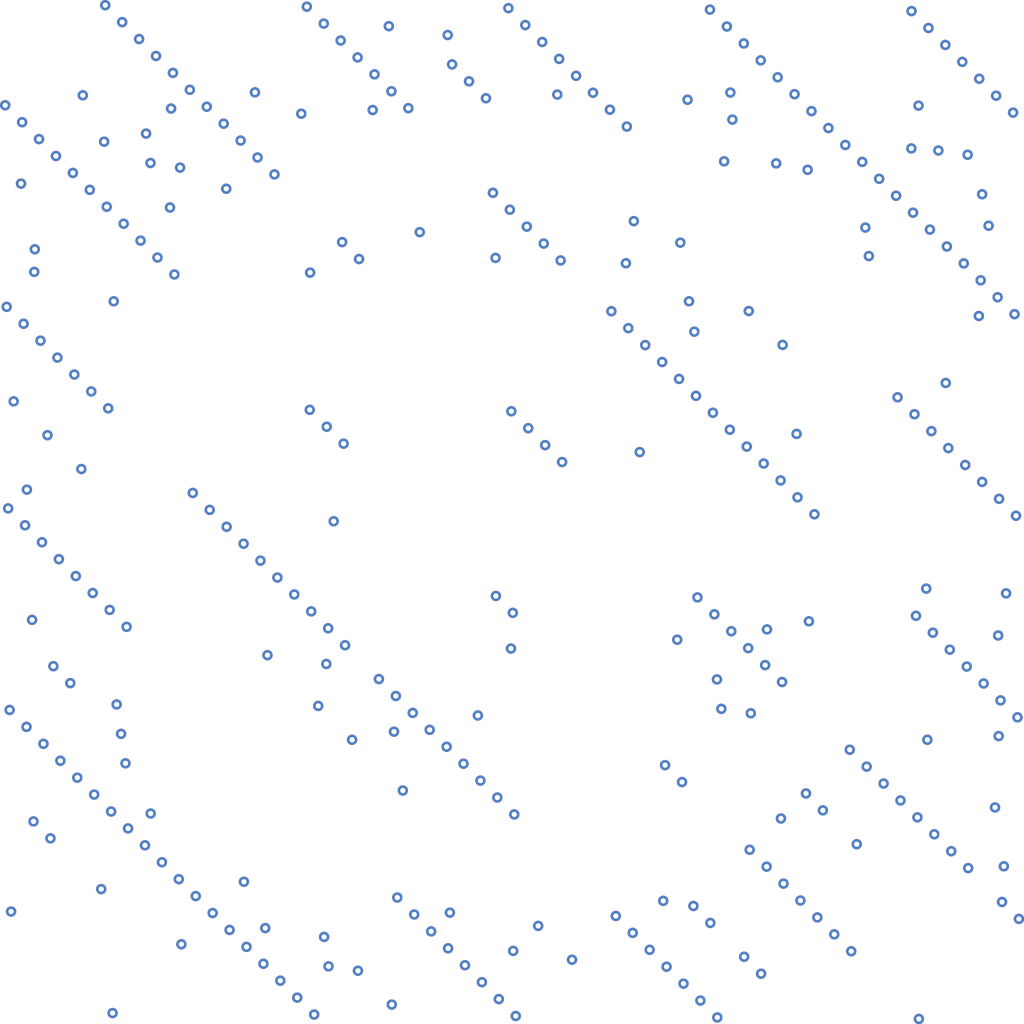
<source format=kicad_pcb>
(kicad_pcb
	(version 20240108)
	(generator "pcbnew")
	(generator_version "8.0")
	(general
		(thickness 1.6)
		(legacy_teardrops no)
	)
	(paper "A4")
	(layers
		(0 "F.Cu" signal)
		(31 "B.Cu" signal)
		(32 "B.Adhes" user "B.Adhesive")
		(33 "F.Adhes" user "F.Adhesive")
		(34 "B.Paste" user)
		(35 "F.Paste" user)
		(36 "B.SilkS" user "B.Silkscreen")
		(37 "F.SilkS" user "F.Silkscreen")
		(38 "B.Mask" user)
		(39 "F.Mask" user)
		(40 "Dwgs.User" user "User.Drawings")
		(41 "Cmts.User" user "User.Comments")
		(42 "Eco1.User" user "User.Eco1")
		(43 "Eco2.User" user "User.Eco2")
		(44 "Edge.Cuts" user)
		(45 "Margin" user)
		(46 "B.CrtYd" user "B.Courtyard")
		(47 "F.CrtYd" user "F.Courtyard")
		(48 "B.Fab" user)
		(49 "F.Fab" user)
		(50 "User.1" user)
		(51 "User.2" user)
		(52 "User.3" user)
		(53 "User.4" user)
		(54 "User.5" user)
		(55 "User.6" user)
		(56 "User.7" user)
		(57 "User.8" user)
		(58 "User.9" user)
	)
	(setup
		(pad_to_mask_clearance 0)
		(allow_soldermask_bridges_in_footprints no)
		(pcbplotparams
			(layerselection 0x00010fc_ffffffff)
			(plot_on_all_layers_selection 0x0000000_00000000)
			(disableapertmacros no)
			(usegerberextensions no)
			(usegerberattributes yes)
			(usegerberadvancedattributes yes)
			(creategerberjobfile yes)
			(dashed_line_dash_ratio 12.000000)
			(dashed_line_gap_ratio 3.000000)
			(svgprecision 4)
			(plotframeref no)
			(viasonmask no)
			(mode 1)
			(useauxorigin no)
			(hpglpennumber 1)
			(hpglpenspeed 20)
			(hpglpendiameter 15.000000)
			(pdf_front_fp_property_popups yes)
			(pdf_back_fp_property_popups yes)
			(dxfpolygonmode yes)
			(dxfimperialunits yes)
			(dxfusepcbnewfont yes)
			(psnegative no)
			(psa4output no)
			(plotreference yes)
			(plotvalue yes)
			(plotfptext yes)
			(plotinvisibletext no)
			(sketchpadsonfab no)
			(subtractmaskfromsilk no)
			(outputformat 1)
			(mirror no)
			(drillshape 1)
			(scaleselection 1)
			(outputdirectory "")
		)
	)
	(net 0 "")
	(net 1 "GND")
	(via
		(at 98.719657 89.103004)
		(size 1)
		(drill 0.5)
		(layers "F.Cu" "B.Cu")
		(net 1)
		(uuid "0032f1b9-8e98-4359-9997-8feef3e08958")
	)
	(via
		(at 24.190602 53.040559)
		(size 1)
		(drill 0.5)
		(layers "F.Cu" "B.Cu")
		(net 1)
		(uuid "00bee233-63fb-47ef-98b5-d2d3abe41467")
	)
	(via
		(at 67.51857 32.658206)
		(size 1)
		(drill 0.5)
		(layers "F.Cu" "B.Cu")
		(net 1)
		(uuid "021ccdcb-c3b1-42ff-b975-8b00ea906032")
	)
	(via
		(at 31.933421 90.835416)
		(size 1)
		(drill 0.5)
		(layers "F.Cu" "B.Cu")
		(net 1)
		(uuid "02337174-0f3b-4663-836b-7c8618727ac0")
	)
	(via
		(at 13.089026 80.405591)
		(size 1)
		(drill 0.5)
		(layers "F.Cu" "B.Cu")
		(net 1)
		(uuid "0299350f-1eb0-4989-89f2-2042671f75f1")
	)
	(via
		(at 74.324473 64.707821)
		(size 1)
		(drill 0.5)
		(layers "F.Cu" "B.Cu")
		(net 1)
		(uuid "02a28614-daed-4fc5-92c9-3b1677b42538")
	)
	(via
		(at 97.270088 84.047191)
		(size 1)
		(drill 0.5)
		(layers "F.Cu" "B.Cu")
		(net 1)
		(uuid "04795fc2-9a7c-493f-91aa-6be7af825595")
	)
	(via
		(at 79.062088 50.212132)
		(size 1)
		(drill 0.5)
		(layers "F.Cu" "B.Cu")
		(net 1)
		(uuid "0535aad7-d109-4172-ad12-3fa97ad71d4e")
	)
	(via
		(at 37.201367 66.051323)
		(size 1)
		(drill 0.5)
		(layers "F.Cu" "B.Cu")
		(net 1)
		(uuid "06626cf1-f147-4ce6-8e82-37d8075a4f17")
	)
	(via
		(at 34.620427 71.884954)
		(size 1)
		(drill 0.5)
		(layers "F.Cu" "B.Cu")
		(net 1)
		(uuid "06e35dfb-00cc-441e-b9a7-8bf711e9beb6")
	)
	(via
		(at 67.677669 38.827712)
		(size 1)
		(drill 0.5)
		(layers "F.Cu" "B.Cu")
		(net 1)
		(uuid "075fae88-8038-42e8-aff5-1fb1da168977")
	)
	(via
		(at 26.488699 63.753226)
		(size 1)
		(drill 0.5)
		(layers "F.Cu" "B.Cu")
		(net 1)
		(uuid "090af640-89e4-4a74-818d-894dea790420")
	)
	(via
		(at 93.416356 26.09979)
		(size 1)
		(drill 0.5)
		(layers "F.Cu" "B.Cu")
		(net 1)
		(uuid "0a8b091a-5939-47c3-b7c3-2f7bed6d9225")
	)
	(via
		(at 9.694913 57.778174)
		(size 1)
		(drill 0.5)
		(layers "F.Cu" "B.Cu")
		(net 1)
		(uuid "0a9b1d0b-0777-4b9e-b610-0ba9df0c52df")
	)
	(via
		(at 96.72208 61.861716)
		(size 1)
		(drill 0.5)
		(layers "F.Cu" "B.Cu")
		(net 1)
		(uuid "0b863f3a-95e6-494c-8066-715c4775fe4b")
	)
	(via
		(at 96.527626 9.977756)
		(size 1)
		(drill 0.5)
		(layers "F.Cu" "B.Cu")
		(net 1)
		(uuid "0d1d052f-72f1-4234-b084-7027cea60b33")
	)
	(via
		(at 70.117187 68.915106)
		(size 1)
		(drill 0.5)
		(layers "F.Cu" "B.Cu")
		(net 1)
		(uuid "0d8cf12b-77b4-4e37-a556-c68cd2d0ca00")
	)
	(via
		(at 82.597622 92.214274)
		(size 1)
		(drill 0.5)
		(layers "F.Cu" "B.Cu")
		(net 1)
		(uuid "0e20e35e-7a1b-42ab-b21d-c456c5e768e6")
	)
	(via
		(at 12.664761 22.281414)
		(size 1)
		(drill 0.5)
		(layers "F.Cu" "B.Cu")
		(net 1)
		(uuid "0e31f4d4-d3f2-41a7-ac12-742d2cd6ff4f")
	)
	(via
		(at 61.702617 22.033926)
		(size 1)
		(drill 0.5)
		(layers "F.Cu" "B.Cu")
		(net 1)
		(uuid "0e3b346b-afdc-4f50-abb1-b81386619c3c")
	)
	(via
		(at 88.395898 1.846028)
		(size 1)
		(drill 0.5)
		(layers "F.Cu" "B.Cu")
		(net 1)
		(uuid "0e6dace5-0831-440d-8f83-957b64192892")
	)
	(via
		(at 77.435743 48.585786)
		(size 1)
		(drill 0.5)
		(layers "F.Cu" "B.Cu")
		(net 1)
		(uuid "0ef378ba-0b4b-4043-88e8-db3a9d54048c")
	)
	(via
		(at 72.839549 82.456201)
		(size 1)
		(drill 0.5)
		(layers "F.Cu" "B.Cu")
		(net 1)
		(uuid "10ae7134-ea56-4e1c-9577-0fa3290cc944")
	)
	(via
		(at 50.212132 79.062088)
		(size 1)
		(drill 0.5)
		(layers "F.Cu" "B.Cu")
		(net 1)
		(uuid "166c5702-c1f1-463e-95c4-64609db9e17c")
	)
	(via
		(at 66.475588 95.325544)
		(size 1)
		(drill 0.5)
		(layers "F.Cu" "B.Cu")
		(net 1)
		(uuid "1782bec0-47ef-4f35-a179-94df64bbaa60")
	)
	(via
		(at 74.183051 45.333095)
		(size 1)
		(drill 0.5)
		(layers "F.Cu" "B.Cu")
		(net 1)
		(uuid "17f78517-24cb-4b30-98c7-59ec7a88fd34")
	)
	(via
		(at 74.501249 61.278353)
		(size 1)
		(drill 0.5)
		(layers "F.Cu" "B.Cu")
		(net 1)
		(uuid "181963ec-81a6-4ad6-9e62-39e556f4e9f1")
	)
	(via
		(at 76.09224 85.708892)
		(size 1)
		(drill 0.5)
		(layers "F.Cu" "B.Cu")
		(net 1)
		(uuid "188e7ee3-5514-4a9b-88c5-15cad76673df")
	)
	(via
		(at 93.557777 45.474516)
		(size 1)
		(drill 0.5)
		(layers "F.Cu" "B.Cu")
		(net 1)
		(uuid "1975908a-a739-40c3-9962-651cec351bde")
	)
	(via
		(at 94.90128 8.35141)
		(size 1)
		(drill 0.5)
		(layers "F.Cu" "B.Cu")
		(net 1)
		(uuid "19aabaf2-60f0-46e7-b873-1de6ac367f9f")
	)
	(via
		(at 19.028722 9.41207)
		(size 1)
		(drill 0.5)
		(layers "F.Cu" "B.Cu")
		(net 1)
		(uuid "1a46fe19-35b0-4f5f-a9bb-b7d7b92b03d1")
	)
	(via
		(at 12.947604 61.030865)
		(size 1)
		(drill 0.5)
		(layers "F.Cu" "B.Cu")
		(net 1)
		(uuid "1aeaa4a4-0ef3-4317-b532-109b140457f9")
	)
	(via
		(at 51.414213 22.564256)
		(size 1)
		(drill 0.5)
		(layers "F.Cu" "B.Cu")
		(net 1)
		(uuid "1bb80658-aa74-4448-acfb-ea3793fce96f")
	)
	(via
		(at 27.443293 56.29325)
		(size 1)
		(drill 0.5)
		(layers "F.Cu" "B.Cu")
		(net 1)
		(uuid "1be5a5cc-f605-480d-ad33-44f1def6586c")
	)
	(via
		(at 40.029794 11.179837)
		(size 1)
		(drill 0.5)
		(layers "F.Cu" "B.Cu")
		(net 1)
		(uuid "1c1cd692-97fa-4d3d-8923-43051219afa5")
	)
	(via
		(at 15.776031 6.159379)
		(size 1)
		(drill 0.5)
		(layers "F.Cu" "B.Cu")
		(net 1)
		(uuid "1c5dc11d-11c1-4172-aa8e-6c344e796187")
	)
	(via
		(at 44.237079 6.972552)
		(size 1)
		(drill 0.5)
		(layers "F.Cu" "B.Cu")
		(net 1)
		(uuid "1d097955-1249-495a-9da8-6a34f0621aea")
	)
	(via
		(at 91.683944 37.590275)
		(size 1)
		(drill 0.5)
		(layers "F.Cu" "B.Cu")
		(net 1)
		(uuid "1d8f158c-c053-4787-b960-ad58de6a5bf7")
	)
	(via
		(at 91.79001 24.473445)
		(size 1)
		(drill 0.5)
		(layers "F.Cu" "B.Cu")
		(net 1)
		(uuid "1e5dc1a9-c329-49da-a875-9e60be0ddaa2")
	)
	(via
		(at 72.698127 63.081475)
		(size 1)
		(drill 0.5)
		(layers "F.Cu" "B.Cu")
		(net 1)
		(uuid "1e799e51-2a55-4a57-a07d-52cbf8fc27b5")
	)
	(via
		(at 10.896995 1.280342)
		(size 1)
		(drill 0.5)
		(layers "F.Cu" "B.Cu")
		(net 1)
		(uuid "2050c2b6-c611-47e7-86b1-e2d80e23861d")
	)
	(via
		(at 17.968062 85.284628)
		(size 1)
		(drill 0.5)
		(layers "F.Cu" "B.Cu")
		(net 1)
		(uuid "20b64d69-7d63-418a-91cb-f97fe4789ef8")
	)
	(via
		(at 80.971277 90.587929)
		(size 1)
		(drill 0.5)
		(layers "F.Cu" "B.Cu")
		(net 1)
		(uuid "212f8ba6-aa13-4b3b-9b4a-4c6cbe7244a5")
	)
	(via
		(at 50.353553 98.436814)
		(size 1)
		(drill 0.5)
		(layers "F.Cu" "B.Cu")
		(net 1)
		(uuid "22ad0401-cf04-44d7-a4a4-1579433c4136")
	)
	(via
		(at 75.950818 66.334166)
		(size 1)
		(drill 0.5)
		(layers "F.Cu" "B.Cu")
		(net 1)
		(uuid "23a7eab1-645a-4a8c-8ca9-ce9fb11afbfc")
	)
	(via
		(at 83.958803 22.652645)
		(size 1)
		(drill 0.5)
		(layers "F.Cu" "B.Cu")
		(net 1)
		(uuid "24746332-58a0-42ea-9a16-4fde4bce965b")
	)
	(via
		(at 89.103004 98.719657)
		(size 1)
		(drill 0.5)
		(layers "F.Cu" "B.Cu")
		(net 1)
		(uuid "2478b3c5-7d9c-4803-a0b6-42eeb15e6359")
	)
	(via
		(at 93.699199 64.849242)
		(size 1)
		(drill 0.5)
		(layers "F.Cu" "B.Cu")
		(net 1)
		(uuid "2553251d-682a-4c69-8c80-2e8a1d55d5b2")
	)
	(via
		(at 22.528901 18.922656)
		(size 1)
		(drill 0.5)
		(layers "F.Cu" "B.Cu")
		(net 1)
		(uuid "25a032c2-cd27-49e7-a320-e959da71340a")
	)
	(via
		(at 69.692923 66.086679)
		(size 1)
		(drill 0.5)
		(layers "F.Cu" "B.Cu")
		(net 1)
		(uuid "2746c57a-c454-409a-80bf-b1bd5a493004")
	)
	(via
		(at 76.003851 33.930998)
		(size 1)
		(drill 0.5)
		(layers "F.Cu" "B.Cu")
		(net 1)
		(uuid "27a302fe-1091-496f-b8a9-ec1a39de0c9b")
	)
	(via
		(at 31.898066 3.048109)
		(size 1)
		(drill 0.5)
		(layers "F.Cu" "B.Cu")
		(net 1)
		(uuid "2808be86-cf4e-4aa5-a073-6e27a2f385d8")
	)
	(via
		(at 1.563185 49.646446)
		(size 1)
		(drill 0.5)
		(layers "F.Cu" "B.Cu")
		(net 1)
		(uuid "295671a9-a059-432e-9a5d-0f5472823666")
	)
	(via
		(at 19.594408 86.910973)
		(size 1)
		(drill 0.5)
		(layers "F.Cu" "B.Cu")
		(net 1)
		(uuid "29687c96-82ef-4dbf-8e4f-05d9434ffa93")
	)
	(via
		(at 22.281414 12.664761)
		(size 1)
		(drill 0.5)
		(layers "F.Cu" "B.Cu")
		(net 1)
		(uuid "29af817c-cd9a-4dbf-a189-d95696363799")
	)
	(via
		(at 78.779245 11.46268)
		(size 1)
		(drill 0.5)
		(layers "F.Cu" "B.Cu")
		(net 1)
		(uuid "29b18bd3-f0da-43ce-a415-438965806f07")
	)
	(via
		(at 66.175067 24.102214)
		(size 1)
		(drill 0.5)
		(layers "F.Cu" "B.Cu")
		(net 1)
		(uuid "29e151c4-c40f-4f4c-adaa-c750b05010c1")
	)
	(via
		(at 17.402377 7.785725)
		(size 1)
		(drill 0.5)
		(layers "F.Cu" "B.Cu")
		(net 1)
		(uuid "2a3fb890-5668-4ab9-bb66-c8f0947eccd7")
	)
	(via
		(at 25.534105 15.917453)
		(size 1)
		(drill 0.5)
		(layers "F.Cu" "B.Cu")
		(net 1)
		(uuid "2a4a3b57-0c6a-4778-b348-a49a6be071f5")
	)
	(via
		(at 39.499464 76.763991)
		(size 1)
		(drill 0.5)
		(layers "F.Cu" "B.Cu")
		(net 1)
		(uuid "2a80da3e-1181-43ff-b226-f2d30031ca97")
	)
	(via
		(at 12.841538 74.147696)
		(size 1)
		(drill 0.5)
		(layers "F.Cu" "B.Cu")
		(net 1)
		(uuid "2aca301d-97f9-4f9f-827e-d33a7f0e1d13")
	)
	(via
		(at 38.650936 71.107137)
		(size 1)
		(drill 0.5)
		(layers "F.Cu" "B.Cu")
		(net 1)
		(uuid "2c7d446d-c941-4ab2-972b-f8e1865f95dd")
	)
	(via
		(at 48.585786 77.435743)
		(size 1)
		(drill 0.5)
		(layers "F.Cu" "B.Cu")
		(net 1)
		(uuid "2cb488f8-d495-430e-88ed-d339aee45a02")
	)
	(via
		(at 75.526554 8.209989)
		(size 1)
		(drill 0.5)
		(layers "F.Cu" "B.Cu")
		(net 1)
		(uuid "2cc9e079-a567-4785-ac91-d20adb0603f7")
	)
	(via
		(at 53.040559 24.190602)
		(size 1)
		(drill 0.5)
		(layers "F.Cu" "B.Cu")
		(net 1)
		(uuid "2cca11a1-d54f-4ca4-9595-03de6160dda9")
	)
	(via
		(at 98.578235 69.728279)
		(size 1)
		(drill 0.5)
		(layers "F.Cu" "B.Cu")
		(net 1)
		(uuid "2d7889df-df9f-41c4-b309-32ab51fc5701")
	)
	(via
		(at 96.669047 29.352481)
		(size 1)
		(drill 0.5)
		(layers "F.Cu" "B.Cu")
		(net 1)
		(uuid "2e5f00cd-f3a5-4e9a-81f1-ed61af9234bc")
	)
	(via
		(at 40.595479 88.67874)
		(size 1)
		(drill 0.5)
		(layers "F.Cu" "B.Cu")
		(net 1)
		(uuid "2e71dedd-d487-4cb0-b93f-f7c787a33fad")
	)
	(via
		(at 56.151828 8.068567)
		(size 1)
		(drill 0.5)
		(layers "F.Cu" "B.Cu")
		(net 1)
		(uuid "2e79b28b-b009-4463-8654-780137987b94")
	)
	(via
		(at 60.942477 26.082113)
		(size 1)
		(drill 0.5)
		(layers "F.Cu" "B.Cu")
		(net 1)
		(uuid "2fa8ae9c-0407-4314-9f2c-c51fc8e7d475")
	)
	(via
		(at 69.445436 59.828784)
		(size 1)
		(drill 0.5)
		(layers "F.Cu" "B.Cu")
		(net 1)
		(uuid "2ffadef8-2f01-4735-ae7e-f47aca4f64eb")
	)
	(via
		(at 80.405591 13.089026)
		(size 1)
		(drill 0.5)
		(layers "F.Cu" "B.Cu")
		(net 1)
		(uuid "30411c67-80f3-4e50-88cf-70a168c60d7a")
	)
	(via
		(at 32.32233 61.172287)
		(size 1)
		(drill 0.5)
		(layers "F.Cu" "B.Cu")
		(net 1)
		(uuid "3551c43a-9e61-47d7-83dc-a82877ec0bff")
	)
	(via
		(at 21.220754 88.537319)
		(size 1)
		(drill 0.5)
		(layers "F.Cu" "B.Cu")
		(net 1)
		(uuid "369573dd-35f1-433b-8231-735299b17ec1")
	)
	(via
		(at 93.274935 6.725064)
		(size 1)
		(drill 0.5)
		(layers "F.Cu" "B.Cu")
		(net 1)
		(uuid "376d32b6-3e0f-4a68-9dd7-b6cacd260f1f")
	)
	(via
		(at 38.438804 97.340799)
		(size 1)
		(drill 0.5)
		(layers "F.Cu" "B.Cu")
		(net 1)
		(uuid "39b6e276-9567-4d6b-902d-dc76564ac097")
	)
	(via
		(at 46.711953 69.551502)
		(size 1)
		(drill 0.5)
		(layers "F.Cu" "B.Cu")
		(net 1)
		(uuid "3a559916-f172-4125-83dc-45309e4c86dc")
	)
	(via
		(at 42.080404 70.93036)
		(size 1)
		(drill 0.5)
		(layers "F.Cu" "B.Cu")
		(net 1)
		(uuid "3b1a1369-c25f-434c-8ffb-afc8cdc060ea")
	)
	(via
		(at 67.005918 29.74139)
		(size 1)
		(drill 0.5)
		(layers "F.Cu" "B.Cu")
		(net 1)
		(uuid "3bc3791f-37be-4212-a173-1b9efcf5af19")
	)
	(via
		(at 17.119534 20.725779)
		(size 1)
		(drill 0.5)
		(layers "F.Cu" "B.Cu")
		(net 1)
		(uuid "3d91faf0-7fcc-4b8e-8ace-6d9a0def69e9")
	)
	(via
		(at 83.658282 16.341717)
		(size 1)
		(drill 0.5)
		(layers "F.Cu" "B.Cu")
		(net 1)
		(uuid "40c8b837-c7f9-4f08-9624-6258223147c9")
	)
	(via
		(at 77.718585 87.335238)
		(size 1)
		(drill 0.5)
		(layers "F.Cu" "B.Cu")
		(net 1)
		(uuid "41e0729a-e1fd-482e-96a2-ff42b3ac03ea")
	)
	(via
		(at 64.531044 87.370593)
		(size 1)
		(drill 0.5)
		(layers "F.Cu" "B.Cu")
		(net 1)
		(uuid "427f0f3a-a5b4-47ff-9a65-4f4fb6bd2569")
	)
	(via
		(at 5.346206 42.610734)
		(size 1)
		(drill 0.5)
		(layers "F.Cu" "B.Cu")
		(net 1)
		(uuid "4286a6ab-3cdf-4ace-b4b9-f19c5faa33a4")
	)
	(via
		(at 30.589918 26.983674)
		(size 1)
		(drill 0.5)
		(layers "F.Cu" "B.Cu")
		(net 1)
		(uuid "42e1e090-c64a-4b17-9055-b52e5e7a2f71")
	)
	(via
		(at 49.893933 63.11683)
		(size 1)
		(drill 0.5)
		(layers "F.Cu" "B.Cu")
		(net 1)
		(uuid "4430980f-2a06-45bd-b42e-71c768fa20f6")
	)
	(via
		(at 10.790928 14.397173)
		(size 1)
		(drill 0.5)
		(layers "F.Cu" "B.Cu")
		(net 1)
		(uuid "45ad9086-0610-40c8-aec5-8ecc966883fe")
	)
	(via
		(at 65.874547 62.268302)
		(size 1)
		(drill 0.5)
		(layers "F.Cu" "B.Cu")
		(net 1)
		(uuid "45d790e6-49f2-448b-81ea-bf5d11d63404")
	)
	(via
		(at 47.48977 10.225243)
		(size 1)
		(drill 0.5)
		(layers "F.Cu" "B.Cu")
		(net 1)
		(uuid "468b1b0d-7cba-48db-900a-79824ee13eab")
	)
	(via
		(at 72.75116 30.678307)
		(size 1)
		(drill 0.5)
		(layers "F.Cu" "B.Cu")
		(net 1)
		(uuid "47572b3a-6a99-4d62-9981-e5ec65dfaada")
	)
	(via
		(at 67.81909 58.202438)
		(size 1)
		(drill 0.5)
		(layers "F.Cu" "B.Cu")
		(net 1)
		(uuid "488958b2-3d01-4f64-b159-38508e1f5d2b")
	)
	(via
		(at 18.21555 91.542523)
		(size 1)
		(drill 0.5)
		(layers "F.Cu" "B.Cu")
		(net 1)
		(uuid "4910d81d-179e-4c3f-b1d8-8c063e96e013")
	)
	(via
		(at 95.042701 27.726136)
		(size 1)
		(drill 0.5)
		(layers "F.Cu" "B.Cu")
		(net 1)
		(uuid "49591dac-a003-421c-81a7-f506b0e6377c")
	)
	(via
		(at 82.031937 14.715371)
		(size 1)
		(drill 0.5)
		(layers "F.Cu" "B.Cu")
		(net 1)
		(uuid "49594c9d-7133-4e5f-b285-b9b80281355b")
	)
	(via
		(at 88.820162 59.970205)
		(size 1)
		(drill 0.5)
		(layers "F.Cu" "B.Cu")
		(net 1)
		(uuid "4a132022-6804-4e4f-92c9-042e0b3771cd")
	)
	(via
		(at 69.728279 98.578235)
		(size 1)
		(drill 0.5)
		(layers "F.Cu" "B.Cu")
		(net 1)
		(uuid "4abdf3f8-a94e-4991-ae64-e64e3ab643d4")
	)
	(via
		(at 32.180909 41.797561)
		(size 1)
		(drill 0.5)
		(layers "F.Cu" "B.Cu")
		(net 1)
		(uuid "4c56e714-73ad-45f3-987d-06531f0a0a0a")
	)
	(via
		(at 10.508086 86.239222)
		(size 1)
		(drill 0.5)
		(layers "F.Cu" "B.Cu")
		(net 1)
		(uuid "4cefe1f2-f4cb-4548-ad69-10f89fbd7552")
	)
	(via
		(at 89.067649 10.93235)
		(size 1)
		(drill 0.5)
		(layers "F.Cu" "B.Cu")
		(net 1)
		(uuid "4f0fb6ba-3bf0-4560-ab46-7d408b371fc1")
	)
	(via
		(at 48.409009 25.56946)
		(size 1)
		(drill 0.5)
		(layers "F.Cu" "B.Cu")
		(net 1)
		(uuid "510954d4-ee26-4176-bd5b-702c8f4c3618")
	)
	(via
		(at 88.961583 79.344931)
		(size 1)
		(drill 0.5)
		(layers "F.Cu" "B.Cu")
		(net 1)
		(uuid "516e5a0d-1212-4571-81aa-092b27765b2b")
	)
	(via
		(at 2.800622 18.427682)
		(size 1)
		(drill 0.5)
		(layers "F.Cu" "B.Cu")
		(net 1)
		(uuid "5184d6c6-b564-4c97-9b1b-9a21c6f4c2d5")
	)
	(via
		(at 75.385133 16.483138)
		(size 1)
		(drill 0.5)
		(layers "F.Cu" "B.Cu")
		(net 1)
		(uuid "522f34eb-57b5-4690-8052-45d745a86c07")
	)
	(via
		(at 50.106066 92.178919)
		(size 1)
		(drill 0.5)
		(layers "F.Cu" "B.Cu")
		(net 1)
		(uuid "541d7281-2435-45b9-9b65-1c4dc026f3d4")
	)
	(via
		(at 72.945615 69.33937)
		(size 1)
		(drill 0.5)
		(layers "F.Cu" "B.Cu")
		(net 1)
		(uuid "54689c97-67f9-4aa3-a479-9f24db96ba92")
	)
	(via
		(at 3.048109 31.898066)
		(size 1)
		(drill 0.5)
		(layers "F.Cu" "B.Cu")
		(net 1)
		(uuid "54a2965d-b01d-48cc-86e5-5c798eb03f5e")
	)
	(via
		(at 86.910973 19.594408)
		(size 1)
		(drill 0.5)
		(layers "F.Cu" "B.Cu")
		(net 1)
		(uuid "54ca542f-a436-459c-b282-4821c16d44bb")
	)
	(via
		(at 95.802841 22.475868)
		(size 1)
		(drill 0.5)
		(layers "F.Cu" "B.Cu")
		(net 1)
		(uuid "56c5a030-263d-4bc3-9b08-ab43c786807e")
	)
	(via
		(at 48.161522 19.311565)
		(size 1)
		(drill 0.5)
		(layers "F.Cu" "B.Cu")
		(net 1)
		(uuid "580020da-8bc3-4e58-9ac0-b39ecfcefea1")
	)
	(via
		(at 90.976837 15.245701)
		(size 1)
		(drill 0.5)
		(layers "F.Cu" "B.Cu")
		(net 1)
		(uuid "58a78abf-7939-4067-94a1-667e8c69d098")
	)
	(via
		(at 3.330952 70.647518)
		(size 1)
		(drill 0.5)
		(layers "F.Cu" "B.Cu")
		(net 1)
		(uuid "58b2b5b8-e727-4f22-ac9f-f584a03bbc20")
	)
	(via
		(at 14.149686 4.533033)
		(size 1)
		(drill 0.5)
		(layers "F.Cu" "B.Cu")
		(net 1)
		(uuid "5b6270e3-f9e4-4ff8-b58c-95263e101137")
	)
	(via
		(at 2.093515 39.358042)
		(size 1)
		(drill 0.5)
		(layers "F.Cu" "B.Cu")
		(net 1)
		(uuid "5b838fc1-ba96-4611-88f8-2608c14bdca4")
	)
	(via
		(at 35.186112 94.088107)
		(size 1)
		(drill 0.5)
		(layers "F.Cu" "B.Cu")
		(net 1)
		(uuid "5bdad801-ba05-4654-8864-ebb037f6a086")
	)
	(via
		(at 30.978827 98.295393)
		(size 1)
		(drill 0.5)
		(layers "F.Cu" "B.Cu")
		(net 1)
		(uuid "5c0cbfba-d6c1-4dd8-a840-8a534d6248ff")
	)
	(via
		(at 12.417274 71.319269)
		(size 1)
		(drill 0.5)
		(layers "F.Cu" "B.Cu")
		(net 1)
		(uuid "5e3e0857-2cb9-441d-80d7-4ece21c1983a")
	)
	(via
		(at 96.810468 48.727207)
		(size 1)
		(drill 0.5)
		(layers "F.Cu" "B.Cu")
		(net 1)
		(uuid "5f674322-4b5a-40d2-afc4-24267eeef53e")
	)
	(via
		(at 1.280342 10.896995)
		(size 1)
		(drill 0.5)
		(layers "F.Cu" "B.Cu")
		(net 1)
		(uuid "600cb310-3a1c-4256-9ac2-57012e880595")
	)
	(via
		(at 90.587929 80.971277)
		(size 1)
		(drill 0.5)
		(layers "F.Cu" "B.Cu")
		(net 1)
		(uuid "60ace2b2-e22a-40f2-bba5-0c4b96d66ba2")
	)
	(via
		(at 36.777103 7.927146)
		(size 1)
		(drill 0.5)
		(layers "F.Cu" "B.Cu")
		(net 1)
		(uuid "61e1102a-ec06-41d7-b7c6-f56b0e1a74e2")
	)
	(via
		(at 88.37822 15.051247)
		(size 1)
		(drill 0.5)
		(layers "F.Cu" "B.Cu")
		(net 1)
		(uuid "627c9806-b077-4d00-81b2-787e371b4296")
	)
	(via
		(at 6.442222 54.525483)
		(size 1)
		(drill 0.5)
		(layers "F.Cu" "B.Cu")
		(net 1)
		(uuid "62c8fecd-8c41-4a13-87b8-b55fea439383")
	)
	(via
		(at 62.268302 44.237079)
		(size 1)
		(drill 0.5)
		(layers "F.Cu" "B.Cu")
		(net 1)
		(uuid "62f6b27e-380f-46a6-a1b7-ae37772120e3")
	)
	(via
		(at 25.286617 9.659558)
		(size 1)
		(drill 0.5)
		(layers "F.Cu" "B.Cu")
		(net 1)
		(uuid "63c97940-5daa-463b-9ec7-e8bad639a1b2")
	)
	(via
		(at 98.436814 50.353553)
		(size 1)
		(drill 0.5)
		(layers "F.Cu" "B.Cu")
		(net 1)
		(uuid "671f0b58-7a32-4156-ada0-cae0e2afa857")
	)
	(via
		(at 61.030865 12.947604)
		(size 1)
		(drill 0.5)
		(layers "F.Cu" "B.Cu")
		(net 1)
		(uuid "67c2a925-f1ce-4f3f-b6a2-fb04feafa7a4")
	)
	(via
		(at 97.48222 57.813529)
		(size 1)
		(drill 0.5)
		(layers "F.Cu" "B.Cu")
		(net 1)
		(uuid "67f4a9b8-b007-441a-b826-bc2178a0ca71")
	)
	(via
		(at 2.906688 12.52334)
		(size 1)
		(drill 0.5)
		(layers "F.Cu" "B.Cu")
		(net 1)
		(uuid "6850ce92-145c-4fc4-a867-60984ab28332")
	)
	(via
		(at 47.100862 95.184123)
		(size 1)
		(drill 0.5)
		(layers "F.Cu" "B.Cu")
		(net 1)
		(uuid "6a11aa29-5f76-4f20-a3fc-90dafb1ac55c")
	)
	(via
		(at 30.554563 40.171215)
		(size 1)
		(drill 0.5)
		(layers "F.Cu" "B.Cu")
		(net 1)
		(uuid "6a68fe76-0c8f-4ba4-95c4-659e5ceb755c")
	)
	(via
		(at 48.727207 96.810468)
		(size 1)
		(drill 0.5)
		(layers "F.Cu" "B.Cu")
		(net 1)
		(uuid "6baa166f-474e-4b68-a945-971e3e85e3de")
	)
	(via
		(at 11.179837 40.029794)
		(size 1)
		(drill 0.5)
		(layers "F.Cu" "B.Cu")
		(net 1)
		(uuid "6bfdf9b0-8c12-489b-acce-28b1440b5640")
	)
	(via
		(at 95.184123 47.100862)
		(size 1)
		(drill 0.5)
		(layers "F.Cu" "B.Cu")
		(net 1)
		(uuid "6ccf4eef-0f9f-40d5-bc6a-bf6126d3f18d")
	)
	(via
		(at 78.408014 17.101857)
		(size 1)
		(drill 0.5)
		(layers "F.Cu" "B.Cu")
		(net 1)
		(uuid "6e6a49ec-8bed-41c1-972a-55dba1c6f974")
	)
	(via
		(at 72.309218 92.744604)
		(size 1)
		(drill 0.5)
		(layers "F.Cu" "B.Cu")
		(net 1)
		(uuid "6ebd9079-7c07-4f0b-88d7-09dd93064bd5")
	)
	(via
		(at 5.911892 64.813887)
		(size 1)
		(drill 0.5)
		(layers "F.Cu" "B.Cu")
		(net 1)
		(uuid "6f72619d-8186-46a1-9c3b-c57dfe71a7a3")
	)
	(via
		(at 32.145553 64.601755)
		(size 1)
		(drill 0.5)
		(layers "F.Cu" "B.Cu")
		(net 1)
		(uuid "6f9291c6-4719-44e8-b852-2fbe69fb2725")
	)
	(via
		(at 26.276567 89.986888)
		(size 1)
		(drill 0.5)
		(layers "F.Cu" "B.Cu")
		(net 1)
		(uuid "6f93cbc4-2c21-40f7-b24a-fbd81fae38f8")
	)
	(via
		(at 16.341717 83.658282)
		(size 1)
		(drill 0.5)
		(layers "F.Cu" "B.Cu")
		(net 1)
		(uuid "70d23ff6-4317-4f29-8673-546c3496a2a7")
	)
	(via
		(at 14.821437 13.619356)
		(size 1)
		(drill 0.5)
		(layers "F.Cu" "B.Cu")
		(net 1)
		(uuid "71324db0-9413-490c-80d1-e21f0bda65ea")
	)
	(via
		(at 72.556706 43.706749)
		(size 1)
		(drill 0.5)
		(layers "F.Cu" "B.Cu")
		(net 1)
		(uuid "71ba77d8-150e-437d-be35-c371c4df9621")
	)
	(via
		(at 15.917453 25.534105)
		(size 1)
		(drill 0.5)
		(layers "F.Cu" "B.Cu")
		(net 1)
		(uuid "71bcd066-bf20-4032-a8a2-c15225828735")
	)
	(via
		(at 90.022243 3.472373)
		(size 1)
		(drill 0.5)
		(layers "F.Cu" "B.Cu")
		(net 1)
		(uuid "71c97cab-c07e-4e6f-838d-ca0f991ed9c2")
	)
	(via
		(at 17.2256 11.215193)
		(size 1)
		(drill 0.5)
		(layers "F.Cu" "B.Cu")
		(net 1)
		(uuid "7278cd07-6edd-41c6-8f83-5ef7501ffb19")
	)
	(via
		(at 11.710167 29.74139)
		(size 1)
		(drill 0.5)
		(layers "F.Cu" "B.Cu")
		(net 1)
		(uuid "7282a688-eee4-4b09-9246-0b7c110e32b5")
	)
	(via
		(at 4.533033 14.149686)
		(size 1)
		(drill 0.5)
		(layers "F.Cu" "B.Cu")
		(net 1)
		(uuid "73610dbe-dfbd-45af-b79c-0dca54e0cc5f")
	)
	(via
		(at 77.1529 9.836334)
		(size 1)
		(drill 0.5)
		(layers "F.Cu" "B.Cu")
		(net 1)
		(uuid "736a9c95-2516-44a8-803e-e61d3694f98d")
	)
	(via
		(at 85.284628 17.968062)
		(size 1)
		(drill 0.5)
		(layers "F.Cu" "B.Cu")
		(net 1)
		(uuid "74cdcdf6-dd8b-4a76-a399-6f2de11acb73")
	)
	(via
		(at 11.038416 20.655068)
		(size 1)
		(drill 0.5)
		(layers "F.Cu" "B.Cu")
		(net 1)
		(uuid "751de08e-3ef9-4ff7-81d8-7a160234f394")
	)
	(via
		(at 15.263379 78.9737)
		(size 1)
		(drill 0.5)
		(layers "F.Cu" "B.Cu")
		(net 1)
		(uuid "76668924-cfc3-4899-9080-4f5a20f92220")
	)
	(via
		(at 33.665833 24.049181)
		(size 1)
		(drill 0.5)
		(layers "F.Cu" "B.Cu")
		(net 1)
		(uuid "76b8faca-2e52-4de8-a860-bfa74cdf033b")
	)
	(via
		(at 29.74139 11.710167)
		(size 1)
		(drill 0.5)
		(layers "F.Cu" "B.Cu")
		(net 1)
		(uuid "783ea244-fee1-46c0-9d70-bb7887c7becf")
	)
	(via
		(at 38.969134 87.052395)
		(size 1)
		(drill 0.5)
		(layers "F.Cu" "B.Cu")
		(net 1)
		(uuid "7a7729a9-5a7c-41ea-86d7-1c781c35883e")
	)
	(via
		(at 54.525483 6.442222)
		(size 1)
		(drill 0.5)
		(layers "F.Cu" "B.Cu")
		(net 1)
		(uuid "7ab0ec60-09dc-4486-8e07-90b5e17844e4")
	)
	(via
		(at 33.807254 43.423906)
		(size 1)
		(drill 0.5)
		(layers "F.Cu" "B.Cu")
		(net 1)
		(uuid "7b0d4e09-18cd-41dd-a654-6901e9ed49a9")
	)
	(via
		(at 73.900209 6.583643)
		(size 1)
		(drill 0.5)
		(layers "F.Cu" "B.Cu")
		(net 1)
		(uuid "7b6758d4-e979-44c2-888b-5d87794f2ecb")
	)
	(via
		(at 22.847099 90.163665)
		(size 1)
		(drill 0.5)
		(layers "F.Cu" "B.Cu")
		(net 1)
		(uuid "7d5363be-9e75-4ee5-ab38-6e54a9f4f5b0")
	)
	(via
		(at 48.444365 58.061017)
		(size 1)
		(drill 0.5)
		(layers "F.Cu" "B.Cu")
		(net 1)
		(uuid "7d7373a1-eeea-4d21-9dc6-a97ae5008bde")
	)
	(via
		(at 4.815876 52.899137)
		(size 1)
		(drill 0.5)
		(layers "F.Cu" "B.Cu")
		(net 1)
		(uuid "7e7868d5-bc0d-4bbc-a732-e790641fabb7")
	)
	(via
		(at 7.538237 66.440232)
		(size 1)
		(drill 0.5)
		(layers "F.Cu" "B.Cu")
		(net 1)
		(uuid "7ec8e421-6258-4fbd-876d-f258cfd1d18f")
	)
	(via
		(at 77.347354 42.48699)
		(size 1)
		(drill 0.5)
		(layers "F.Cu" "B.Cu")
		(net 1)
		(uuid "7f8188a0-42ff-44c3-8fb3-69179b857349")
	)
	(via
		(at 84.294678 25.392684)
		(size 1)
		(drill 0.5)
		(layers "F.Cu" "B.Cu")
		(net 1)
		(uuid "800ef67d-7c1a-4066-b780-18480497eff2")
	)
	(via
		(at 14.291107 23.907759)
		(size 1)
		(drill 0.5)
		(layers "F.Cu" "B.Cu")
		(net 1)
		(uuid "801d261f-7eed-4844-8f14-0487fcb5dc4f")
	)
	(via
		(at 87.052395 38.969134)
		(size 1)
		(drill 0.5)
		(layers "F.Cu" "B.Cu")
		(net 1)
		(uuid "82089f50-4089-40c3-9b55-41c76c597c58")
	)
	(via
		(at 38.155961 3.295597)
		(size 1)
		(drill 0.5)
		(layers "F.Cu" "B.Cu")
		(net 1)
		(uuid "82a5d4c4-6667-42de-b64d-7da214e2eb80")
	)
	(via
		(at 33.948676 62.798632)
		(size 1)
		(drill 0.5)
		(layers "F.Cu" "B.Cu")
		(net 1)
		(uuid "82f13c59-c6e6-4469-9619-d1ddee00a566")
	)
	(via
		(at 64.707821 74.324473)
		(size 1)
		(drill 0.5)
		(layers "F.Cu" "B.Cu")
		(net 1)
		(uuid "85354fd2-9e88-436c-9075-8b4e30d4ac3b")
	)
	(via
		(at 14.715371 82.031937)
		(size 1)
		(drill 0.5)
		(layers "F.Cu" "B.Cu")
		(net 1)
		(uuid "8615ea3f-a356-4a3b-9681-a953330d8474")
	)
	(via
		(at 35.150757 6.3008)
		(size 1)
		(drill 0.5)
		(layers "F.Cu" "B.Cu")
		(net 1)
		(uuid "86229361-750e-4d8a-bc92-c58395f65f18")
	)
	(via
		(at 22.564256 51.414213)
		(size 1)
		(drill 0.5)
		(layers "F.Cu" "B.Cu")
		(net 1)
		(uuid "865a5ecc-31de-4390-ab5f-ff85833ced50")
	)
	(via
		(at 25.816948 54.666904)
		(size 1)
		(drill 0.5)
		(layers "F.Cu" "B.Cu")
		(net 1)
		(uuid "88ca45cb-f0e3-4b5b-a764-b665be07af93")
	)
	(via
		(at 64.424978 35.575021)
		(size 1)
		(drill 0.5)
		(layers "F.Cu" "B.Cu")
		(net 1)
		(uuid "88fdfa4c-0366-4596-a301-f66acc85b03a")
	)
	(via
		(at 59.970205 88.820162)
		(size 1)
		(drill 0.5)
		(layers "F.Cu" "B.Cu")
		(net 1)
		(uuid "8a91d30d-5041-42f2-91fa-a1e8ca118cbb")
	)
	(via
		(at 43.812815 4.144125)
		(size 1)
		(drill 0.5)
		(layers "F.Cu" "B.Cu")
		(net 1)
		(uuid "8b0270ef-da75-4884-89fb-0210f97cc27b")
	)
	(via
		(at 94.865925 31.155604)
		(size 1)
		(drill 0.5)
		(layers "F.Cu" "B.Cu")
		(net 1)
		(uuid "8c5fad00-367d-4348-8130-3571953055bf")
	)
	(via
		(at 85.708892 76.09224)
		(size 1)
		(drill 0.5)
		(layers "F.Cu" "B.Cu")
		(net 1)
		(uuid "8c96a1b6-d528-4062-b479-1547f313639c")
	)
	(via
		(at 24.473445 91.79001)
		(size 1)
		(drill 0.5)
		(layers "F.Cu" "B.Cu")
		(net 1)
		(uuid "8e869133-db8e-4d38-b9b2-f5a63217c9c0")
	)
	(via
		(at 95.184123 19.452987)
		(size 1)
		(drill 0.5)
		(layers "F.Cu" "B.Cu")
		(net 1)
		(uuid "9097f9a8-f8ce-4091-b4ff-f9ab9c44e000")
	)
	(via
		(at 18.091806 16.889724)
		(size 1)
		(drill 0.5)
		(layers "F.Cu" "B.Cu")
		(net 1)
		(uuid "9106bc07-30f8-47cf-8709-74f0ca293930")
	)
	(via
		(at 3.366307 47.843324)
		(size 1)
		(drill 0.5)
		(layers "F.Cu" "B.Cu")
		(net 1)
		(uuid "9199859c-1571-4a82-bd49-774b6f4243e4")
	)
	(via
		(at 96.42156 78.390337)
		(size 1)
		(drill 0.5)
		(layers "F.Cu" "B.Cu")
		(net 1)
		(uuid "92e7de68-26d5-45c6-a654-2858d2d9418d")
	)
	(via
		(at 11.321259 59.40452)
		(size 1)
		(drill 0.5)
		(layers "F.Cu" "B.Cu")
		(net 1)
		(uuid "93199b60-ebee-4c52-adcb-ed6f85aa5d73")
	)
	(via
		(at 51.272792 3.189531)
		(size 1)
		(drill 0.5)
		(layers "F.Cu" "B.Cu")
		(net 1)
		(uuid "937f849b-65ea-4c07-8f18-9110b1276075")
	)
	(via
		(at 38.403448 9.553492)
		(size 1)
		(drill 0.5)
		(layers "F.Cu" "B.Cu")
		(net 1)
		(uuid "94c3723c-c13b-4f36-8c0e-50e82b1443a3")
	)
	(via
		(at 20.937911 49.787867)
		(size 1)
		(drill 0.5)
		(layers "F.Cu" "B.Cu")
		(net 1)
		(uuid "96356258-59ba-4feb-ad7f-a3c5f2c400ce")
	)
	(via
		(at 9.836334 77.1529)
		(size 1)
		(drill 0.5)
		(layers "F.Cu" "B.Cu")
		(net 1)
		(uuid "966b847f-37ae-41f8-9f37-5f57fd1a42fc")
	)
	(via
		(at 26.09979 93.416356)
		(size 1)
		(drill 0.5)
		(layers "F.Cu" "B.Cu")
		(net 1)
		(uuid "9a8dc7ad-f451-4cc8-9e6f-11660d427c91")
	)
	(via
		(at 98.153971 11.604101)
		(size 1)
		(drill 0.5)
		(layers "F.Cu" "B.Cu")
		(net 1)
		(uuid "9ae99695-dcc4-4e24-8c0d-e47e2b89904e")
	)
	(via
		(at 33.524411 4.674455)
		(size 1)
		(drill 0.5)
		(layers "F.Cu" "B.Cu")
		(net 1)
		(uuid "9ba6ace7-5841-49e0-9871-df3b617ae733")
	)
	(via
		(at 30.695984 59.545941)
		(size 1)
		(drill 0.5)
		(layers "F.Cu" "B.Cu")
		(net 1)
		(uuid "9cb9f760-40a6-4297-9264-7b934fc0be8d")
	)
	(via
		(at 42.221825 90.305086)
		(size 1)
		(drill 0.5)
		(layers "F.Cu" "B.Cu")
		(net 1)
		(uuid "9d6fee4f-03b1-4188-9445-7bd7d8229efb")
	)
	(via
		(at 96.95189 68.101933)
		(size 1)
		(drill 0.5)
		(layers "F.Cu" "B.Cu")
		(net 1)
		(uuid "9e40430a-9917-4628-a267-8541d806f973")
	)
	(via
		(at 54.808326 45.191673)
		(size 1)
		(drill 0.5)
		(layers "F.Cu" "B.Cu")
		(net 1)
		(uuid "9fdcbd3a-8a58-492e-b3c4-02fef4a59221")
	)
	(via
		(at 9.553492 38.403448)
		(size 1)
		(drill 0.5)
		(layers "F.Cu" "B.Cu")
		(net 1)
		(uuid "a06efeb2-6f24-487f-9ee1-97b8953eae7e")
	)
	(via
		(at 38.827712 67.677669)
		(size 1)
		(drill 0.5)
		(layers "F.Cu" "B.Cu")
		(net 1)
		(uuid "a187d836-f292-46f2-be0b-b19c016c3621")
	)
	(via
		(at 91.931432 43.848171)
		(size 1)
		(drill 0.5)
		(layers "F.Cu" "B.Cu")
		(net 1)
		(uuid "a1d773f5-fcc8-47ed-80c4-8e9b5e0e25a2")
	)
	(via
		(at 27.16045 17.543798)
		(size 1)
		(drill 0.5)
		(layers "F.Cu" "B.Cu")
		(net 1)
		(uuid "a3102aa1-fd97-4d5b-9438-e5d7bdb122ed")
	)
	(via
		(at 88.537319 21.220754)
		(size 1)
		(drill 0.5)
		(layers "F.Cu" "B.Cu")
		(net 1)
		(uuid "a36ebf39-b1ed-45b2-bfe4-cd51690160a8")
	)
	(via
		(at 52.510229 89.774756)
		(size 1)
		(drill 0.5)
		(layers "F.Cu" "B.Cu")
		(net 1)
		(uuid "a41a11aa-f80c-4961-b252-e19c5f0f17a7")
	)
	(via
		(at 78.248915 77.046834)
		(size 1)
		(drill 0.5)
		(layers "F.Cu" "B.Cu")
		(net 1)
		(uuid "a460b20c-5b7e-4f9e-880d-bc323ee2e2df")
	)
	(via
		(at 96.775113 71.531401)
		(size 1)
		(drill 0.5)
		(layers "F.Cu" "B.Cu")
		(net 1)
		(uuid "a56f3525-67ce-43d8-9331-7cac0ef6a2e1")
	)
	(via
		(at 61.596551 90.446507)
		(size 1)
		(drill 0.5)
		(layers "F.Cu" "B.Cu")
		(net 1)
		(uuid "a835f1a9-3362-491b-bbf6-6d95e1de953b")
	)
	(via
		(at 3.189531 51.272792)
		(size 1)
		(drill 0.5)
		(layers "F.Cu" "B.Cu")
		(net 1)
		(uuid "a90ac099-f040-4aed-ad4f-02d8b9e34572")
	)
	(via
		(at 66.864496 10.366664)
		(size 1)
		(drill 0.5)
		(layers "F.Cu" "B.Cu")
		(net 1)
		(uuid "a9fd37a9-614e-437d-97cd-5ea43d6d1977")
	)
	(via
		(at 98.295393 30.978827)
		(size 1)
		(drill 0.5)
		(layers "F.Cu" "B.Cu")
		(net 1)
		(uuid "aae355dc-995d-4e9f-8811-104af45b2188")
	)
	(via
		(at 49.787867 20.937911)
		(size 1)
		(drill 0.5)
		(layers "F.Cu" "B.Cu")
		(net 1)
		(uuid "aba8fe23-da51-4f32-a293-a7cb58b7a552")
	)
	(via
		(at 43.848171 91.931432)
		(size 1)
		(drill 0.5)
		(layers "F.Cu" "B.Cu")
		(net 1)
		(uuid "ae6233dd-0373-4b24-a7bb-a6a966173d32")
	)
	(via
		(at 29.069639 57.919595)
		(size 1)
		(drill 0.5)
		(layers "F.Cu" "B.Cu")
		(net 1)
		(uuid "ae9a0c5f-ddaf-4027-88c8-d13252e5f826")
	)
	(via
		(at 72.273863 4.957298)
		(size 1)
		(drill 0.5)
		(layers "F.Cu" "B.Cu")
		(net 1)
		(uuid "afad20e0-66a7-4533-b570-beff261165e7")
	)
	(via
		(at 64.849242 93.699199)
		(size 1)
		(drill 0.5)
		(layers "F.Cu" "B.Cu")
		(net 1)
		(uuid "b0182b28-c9ce-42df-a497-a48b7c0f1f0d")
	)
	(via
		(at 49.929289 40.312637)
		(size 1)
		(drill 0.5)
		(layers "F.Cu" "B.Cu")
		(net 1)
		(uuid "b019c2e9-7a3f-4fe1-9aa3-2920d4058108")
	)
	(via
		(at 71.177848 12.275853)
		(size 1)
		(drill 0.5)
		(layers "F.Cu" "B.Cu")
		(net 1)
		(uuid "b1cb717d-b400-4adc-9d4f-99f47c592f84")
	)
	(via
		(at 50.07071 59.687362)
		(size 1)
		(drill 0.5)
		(layers "F.Cu" "B.Cu")
		(net 1)
		(uuid "b1f1e484-9002-40e7-b943-6658bffcace7")
	)
	(via
		(at 6.159379 15.776031)
		(size 1)
		(drill 0.5)
		(layers "F.Cu" "B.Cu")
		(net 1)
		(uuid "b2490455-56c6-4a1e-8319-2a56e076f523")
	)
	(via
		(at 66.051323 37.201367)
		(size 1)
		(drill 0.5)
		(layers "F.Cu" "B.Cu")
		(net 1)
		(uuid "b3338860-6486-4680-afd3-7c18d46fd37f")
	)
	(via
		(at 8.068567 56.151828)
		(size 1)
		(drill 0.5)
		(layers "F.Cu" "B.Cu")
		(net 1)
		(uuid "b3ebd0f0-a588-4f0c-ae7d-401c63f20ffd")
	)
	(via
		(at 53.18198 43.565328)
		(size 1)
		(drill 0.5)
		(layers "F.Cu" "B.Cu")
		(net 1)
		(uuid "b4bc852c-ce5b-42ce-90ca-6b96a4def30d")
	)
	(via
		(at 5.629049 81.360185)
		(size 1)
		(drill 0.5)
		(layers "F.Cu" "B.Cu")
		(net 1)
		(uuid "b4ebea1e-fb15-4152-a608-ed854e9b39e5")
	)
	(via
		(at 89.916177 71.884954)
		(size 1)
		(drill 0.5)
		(layers "F.Cu" "B.Cu")
		(net 1)
		(uuid "b5524e43-3691-43aa-a3a1-5d2dddd05a97")
	)
	(via
		(at 11.604101 98.153971)
		(size 1)
		(drill 0.5)
		(layers "F.Cu" "B.Cu")
		(net 1)
		(uuid "b5e7046c-e144-493c-95fc-fa9c1cc99b88")
	)
	(via
		(at 82.456201 72.839549)
		(size 1)
		(drill 0.5)
		(layers "F.Cu" "B.Cu")
		(net 1)
		(uuid "b76fdbdd-6ffd-4eb2-9b4b-27cdeba31d6b")
	)
	(via
		(at 69.021172 1.704606)
		(size 1)
		(drill 0.5)
		(layers "F.Cu" "B.Cu")
		(net 1)
		(uuid "b7891f71-d883-49e1-aeaa-992f044aa576")
	)
	(via
		(at 40.454058 69.304015)
		(size 1)
		(drill 0.5)
		(layers "F.Cu" "B.Cu")
		(net 1)
		(uuid "b85109a9-6419-4db5-9f09-b68f5d0f3ac3")
	)
	(via
		(at 69.056527 89.491913)
		(size 1)
		(drill 0.5)
		(layers "F.Cu" "B.Cu")
		(net 1)
		(uuid "b87089ce-4f8a-4796-969a-5050f850b807")
	)
	(via
		(at 52.899137 4.815876)
		(size 1)
		(drill 0.5)
		(layers "F.Cu" "B.Cu")
		(net 1)
		(uuid "b938733b-628b-456d-a333-d0cc7f2cf097")
	)
	(via
		(at 45.863425 8.598897)
		(size 1)
		(drill 0.5)
		(layers "F.Cu" "B.Cu")
		(net 1)
		(uuid "b9ac25c3-7768-4586-bfa6-f47b7949b15a")
	)
	(via
		(at 75.809397 46.95944)
		(size 1)
		(drill 0.5)
		(layers "F.Cu" "B.Cu")
		(net 1)
		(uuid "bbfff3f0-e80d-402e-a3e1-6a7f14cb2dab")
	)
	(via
		(at 32.357685 93.663843)
		(size 1)
		(drill 0.5)
		(layers "F.Cu" "B.Cu")
		(net 1)
		(uuid "bcbbd44e-4661-40f0-9630-f9f3f231c568")
	)
	(via
		(at 15.245701 16.447783)
		(size 1)
		(drill 0.5)
		(layers "F.Cu" "B.Cu")
		(net 1)
		(uuid "bd571a98-e21c-4b6c-b7ef-82ca5eb8f148")
	)
	(via
		(at 3.861282 60.359114)
		(size 1)
		(drill 0.5)
		(layers "F.Cu" "B.Cu")
		(net 1)
		(uuid "c02431ee-ed4b-4d5a-8a25-9eae76568ed0")
	)
	(via
		(at 31.367736 68.632263)
		(size 1)
		(drill 0.5)
		(layers "F.Cu" "B.Cu")
		(net 1)
		(uuid "c25f5b05-2d57-40a2-b7e0-488828a916ce")
	)
	(via
		(at 88.67874 40.595479)
		(size 1)
		(drill 0.5)
		(layers "F.Cu" "B.Cu")
		(net 1)
		(uuid "c271b569-ff23-4bd1-87da-3693bf1c16c0")
	)
	(via
		(at 66.334166 75.950818)
		(size 1)
		(drill 0.5)
		(layers "F.Cu" "B.Cu")
		(net 1)
		(uuid "c3c09594-1fae-4f1b-b7a5-bd7f5cdf6ef3")
	)
	(via
		(at 1.846028 88.395898)
		(size 1)
		(drill 0.5)
		(layers "F.Cu" "B.Cu")
		(net 1)
		(uuid "c46618d3-b93d-423d-8ae4-55fef6381320")
	)
	(via
		(at 79.344931 88.961583)
		(size 1)
		(drill 0.5)
		(layers "F.Cu" "B.Cu")
		(net 1)
		(uuid "c54780fb-05be-49cc-98e0-c32e31ffe0ce")
	)
	(via
		(at 4.674455 33.524411)
		(size 1)
		(drill 0.5)
		(layers "F.Cu" "B.Cu")
		(net 1)
		(uuid "c8866adb-ec99-4391-b642-6f8150192aba")
	)
	(via
		(at 45.333095 74.183051)
		(size 1)
		(drill 0.5)
		(layers "F.Cu" "B.Cu")
		(net 1)
		(uuid "c930797a-8c00-4703-a69a-25b87415d03d")
	)
	(via
		(at 93.787587 15.652288)
		(size 1)
		(drill 0.5)
		(layers "F.Cu" "B.Cu")
		(net 1)
		(uuid "ca1e60a4-af49-45a3-9359-b31f844903d0")
	)
	(via
		(at 51.555634 41.938982)
		(size 1)
		(drill 0.5)
		(layers "F.Cu" "B.Cu")
		(net 1)
		(uuid "ca466da8-24b9-492b-9499-d761284641fb")
	)
	(via
		(at 29.352481 96.669047)
		(size 1)
		(drill 0.5)
		(layers "F.Cu" "B.Cu")
		(net 1)
		(uuid "ca478851-ffcc-41c8-bb59-c185309e579f")
	)
	(via
		(at 70.983393 9.677235)
		(size 1)
		(drill 0.5)
		(layers "F.Cu" "B.Cu")
		(net 1)
		(uuid "cb6c9389-4bad-4dd4-9820-e21613a67601")
	)
	(via
		(at 49.646446 1.563185)
		(size 1)
		(drill 0.5)
		(layers "F.Cu" "B.Cu")
		(net 1)
		(uuid "cd7aebc8-48a6-4309-9a5a-0dcd2db45d25")
	)
	(via
		(at 62.798632 33.948676)
		(size 1)
		(drill 0.5)
		(layers "F.Cu" "B.Cu")
		(net 1)
		(uuid "ce658b30-bcb2-45ed-8ed4-d50b3b304095")
	)
	(via
		(at 23.907759 14.291107)
		(size 1)
		(drill 0.5)
		(layers "F.Cu" "B.Cu")
		(net 1)
		(uuid "d2846f94-fd6c-45fd-b60a-226b76050dc9")
	)
	(via
		(at 8.209989 75.526554)
		(size 1)
		(drill 0.5)
		(layers "F.Cu" "B.Cu")
		(net 1)
		(uuid "d402b359-eae8-4b89-95a7-fb5732682fb2")
	)
	(via
		(at 30.27172 1.421764)
		(size 1)
		(drill 0.5)
		(layers "F.Cu" "B.Cu")
		(net 1)
		(uuid "d43a09fc-fbf1-4ad4-91be-1888efd16017")
	)
	(via
		(at 70.93036 42.080404)
		(size 1)
		(drill 0.5)
		(layers "F.Cu" "B.Cu")
		(net 1)
		(uuid "d4bc15d1-5418-4d47-a301-a954df99f4c5")
	)
	(via
		(at 78.531758 60.500535)
		(size 1)
		(drill 0.5)
		(layers "F.Cu" "B.Cu")
		(net 1)
		(uuid "d4f53cf1-59dc-4fcd-b78a-55e8b04feb19")
	)
	(via
		(at 71.071782 61.455129)
		(size 1)
		(drill 0.5)
		(layers "F.Cu" "B.Cu")
		(net 1)
		(uuid "d799b952-d970-495e-9954-d96d8dff003f")
	)
	(via
		(at 8.740319 9.9424)
		(size 1)
		(drill 0.5)
		(layers "F.Cu" "B.Cu")
		(net 1)
		(uuid "d92686f9-7192-44e4-8f4f-e83c0d1f5a1a")
	)
	(via
		(at 95.325544 66.475588)
		(size 1)
		(drill 0.5)
		(layers "F.Cu" "B.Cu")
		(net 1)
		(uuid "d9b3fb4a-a938-4e95-944e-ad4c73a5ea8b")
	)
	(via
		(at 41.125809 23.094586)
		(size 1)
		(drill 0.5)
		(layers "F.Cu" "B.Cu")
		(net 1)
		(uuid "d9ba71bf-1b6b-4287-b255-1a724b8e2655")
	)
	(via
		(at 24.225957 85.532115)
		(size 1)
		(drill 0.5)
		(layers "F.Cu" "B.Cu")
		(net 1)
		(uuid "da572d25-d1d7-4875-947a-595a78990199")
	)
	(via
		(at 11.99301 68.490842)
		(size 1)
		(drill 0.5)
		(layers "F.Cu" "B.Cu")
		(net 1)
		(uuid "da708d21-f6db-4f76-9fbf-467f51ff6ae2")
	)
	(via
		(at 90.305086 42.221825)
		(size 1)
		(drill 0.5)
		(layers "F.Cu" "B.Cu")
		(net 1)
		(uuid "db8e519e-3cf5-45a5-9777-99fc9c56f58c")
	)
	(via
		(at 6.3008 35.150757)
		(size 1)
		(drill 0.5)
		(layers "F.Cu" "B.Cu")
		(net 1)
		(uuid "db99e49c-a723-482f-899b-7b72f33bb8ac")
	)
	(via
		(at 69.304015 40.454058)
		(size 1)
		(drill 0.5)
		(layers "F.Cu" "B.Cu")
		(net 1)
		(uuid "dba69895-4b7b-4f2e-a54e-52efbc64a92a")
	)
	(via
		(at 89.810111 57.35391)
		(size 1)
		(drill 0.5)
		(layers "F.Cu" "B.Cu")
		(net 1)
		(uuid "dbc0366f-579d-4cc4-8b90-557e841987b3")
	)
	(via
		(at 93.84062 84.223968)
		(size 1)
		(drill 0.5)
		(layers "F.Cu" "B.Cu")
		(net 1)
		(uuid "dbce9728-c571-4299-a365-8c4d41fb5bf8")
	)
	(via
		(at 27.726136 95.042701)
		(size 1)
		(drill 0.5)
		(layers "F.Cu" "B.Cu")
		(net 1)
		(uuid "dc053d5b-ea80-4b16-94c3-f31a7d93a8cc")
	)
	(via
		(at 97.093311 87.476659)
		(size 1)
		(drill 0.5)
		(layers "F.Cu" "B.Cu")
		(net 1)
		(uuid "dc083eee-b262-4cef-ac02-4d634f15115a")
	)
	(via
		(at 7.927146 36.777103)
		(size 1)
		(drill 0.5)
		(layers "F.Cu" "B.Cu")
		(net 1)
		(uuid "dcdd2218-aecb-47a1-9519-8698fe883e07")
	)
	(via
		(at 20.655068 11.038416)
		(size 1)
		(drill 0.5)
		(layers "F.Cu" "B.Cu")
		(net 1)
		(uuid "dcdf6018-731a-4754-bf5a-3d70df7e3403")
	)
	(via
		(at 54.666904 25.816948)
		(size 1)
		(drill 0.5)
		(layers "F.Cu" "B.Cu")
		(net 1)
		(uuid "ddbea9b0-625a-4574-a063-2a4b9e28ea45")
	)
	(via
		(at 87.335238 77.718585)
		(size 1)
		(drill 0.5)
		(layers "F.Cu" "B.Cu")
		(net 1)
		(uuid "df78e477-7c90-42c3-85f4-9e70454f64a4")
	)
	(via
		(at 45.474516 93.557777)
		(size 1)
		(drill 0.5)
		(layers "F.Cu" "B.Cu")
		(net 1)
		(uuid "e0e88569-1337-4a08-801b-af3cd8d1c940")
	)
	(via
		(at 46.95944 75.809397)
		(size 1)
		(drill 0.5)
		(layers "F.Cu" "B.Cu")
		(net 1)
		(uuid "e1edecaa-7155-45a3-bb36-e40f64f4611d")
	)
	(via
		(at 17.543798 27.16045)
		(size 1)
		(drill 0.5)
		(layers "F.Cu" "B.Cu")
		(net 1)
		(uuid "e30eb5cf-72a0-4eff-997d-60585e9c3b2f")
	)
	(via
		(at 6.583643 73.900209)
		(size 1)
		(drill 0.5)
		(layers "F.Cu" "B.Cu")
		(net 1)
		(uuid "e35c0913-89e7-490f-8c9c-66aad54ba223")
	)
	(via
		(at 79.875261 78.673179)
		(size 1)
		(drill 0.5)
		(layers "F.Cu" "B.Cu")
		(net 1)
		(uuid "e3b9d296-7949-49af-96c7-898a69b8f976")
	)
	(via
		(at 32.85266 50.883883)
		(size 1)
		(drill 0.5)
		(layers "F.Cu" "B.Cu")
		(net 1)
		(uuid "e3f560a8-41fb-4adc-815b-48917b3a1191")
	)
	(via
		(at 68.101933 96.95189)
		(size 1)
		(drill 0.5)
		(layers "F.Cu" "B.Cu")
		(net 1)
		(uuid "e41e40b3-1d29-4f4e-862b-a56d8211109f")
	)
	(via
		(at 7.785725 17.402377)
		(size 1)
		(drill 0.5)
		(layers "F.Cu" "B.Cu")
		(net 1)
		(uuid "e49d138a-0644-4a4e-b1d3-d25e6fbb3ff9")
	)
	(via
		(at 54.348706 9.87169)
		(size 1)
		(drill 0.5)
		(layers "F.Cu" "B.Cu")
		(net 1)
		(uuid "e600c05f-a0da-4bed-a635-5cebed454faa")
	)
	(via
		(at 4.126447 24.73861)
		(size 1)
		(drill 0.5)
		(layers "F.Cu" "B.Cu")
		(net 1)
		(uuid "e8210554-23a3-49c4-83ce-99c88476bc11")
	)
	(via
		(at 70.382352 16.288684)
		(size 1)
		(drill 0.5)
		(layers "F.Cu" "B.Cu")
		(net 1)
		(uuid "e94ece31-7930-47a2-9f63-d8bd9a5806a0")
	)
	(via
		(at 12.52334 2.906688)
		(size 1)
		(drill 0.5)
		(layers "F.Cu" "B.Cu")
		(net 1)
		(uuid "e9c11a5b-2c77-4cd0-9d8c-04b0e0665ea5")
	)
	(via
		(at 9.41207 19.028722)
		(size 1)
		(drill 0.5)
		(layers "F.Cu" "B.Cu")
		(net 1)
		(uuid "e9c28240-e70a-467a-8975-0e8b5e1a8e23")
	)
	(via
		(at 44.024947 88.501964)
		(size 1)
		(drill 0.5)
		(layers "F.Cu" "B.Cu")
		(net 1)
		(uuid "ea4561f5-e334-4fdd-8b29-73cc41613b27")
	)
	(via
		(at 61.172287 32.32233)
		(size 1)
		(drill 0.5)
		(layers "F.Cu" "B.Cu")
		(net 1)
		(uuid "ec6d76e2-99c4-4bb4-b3e0-7b455331e49e")
	)
	(via
		(at 4.957298 72.273863)
		(size 1)
		(drill 0.5)
		(layers "F.Cu" "B.Cu")
		(net 1)
		(uuid "ec93cef0-ee55-4f27-abcf-ef8b907de7d4")
	)
	(via
		(at 74.465894 84.082546)
		(size 1)
		(drill 0.5)
		(layers "F.Cu" "B.Cu")
		(net 1)
		(uuid "ed7e3bd7-8e8f-4bfe-b47f-f40c5b0d4cda")
	)
	(via
		(at 75.844752 79.450997)
		(size 1)
		(drill 0.5)
		(layers "F.Cu" "B.Cu")
		(net 1)
		(uuid "edb71eb4-462f-415e-9605-542f3a247ac9")
	)
	(via
		(at 59.40452 11.321259)
		(size 1)
		(drill 0.5)
		(layers "F.Cu" "B.Cu")
		(net 1)
		(uuid "ee570055-f6d4-4240-a878-307ae4bfca3d")
	)
	(via
		(at 83.127952 81.925871)
		(size 1)
		(drill 0.5)
		(layers "F.Cu" "B.Cu")
		(net 1)
		(uuid "ee7415e6-1c5b-4b28-a00e-4731928eaab7")
	)
	(via
		(at 90.446507 61.596551)
		(size 1)
		(drill 0.5)
		(layers "F.Cu" "B.Cu")
		(net 1)
		(uuid "eef2bf5b-4108-4d70-8244-b38a3ca44764")
	)
	(via
		(at 92.214274 82.597622)
		(size 1)
		(drill 0.5)
		(layers "F.Cu" "B.Cu")
		(net 1)
		(uuid "ef5dd680-2910-43b2-936b-019895cb4e56")
	)
	(via
		(at 43.706749 72.556706)
		(size 1)
		(drill 0.5)
		(layers "F.Cu" "B.Cu")
		(net 1)
		(uuid "ef749bbb-e8b8-444a-8bd0-a55ee2689287")
	)
	(via
		(at 55.76292 93.027447)
		(size 1)
		(drill 0.5)
		(layers "F.Cu" "B.Cu")
		(net 1)
		(uuid "efa865ed-c17f-4e30-b64e-5bd36507215c")
	)
	(via
		(at 67.430182 87.865568)
		(size 1)
		(drill 0.5)
		(layers "F.Cu" "B.Cu")
		(net 1)
		(uuid "f092154b-8aa7-4c2d-b92a-ff18d624a35a")
	)
	(via
		(at 70.647518 3.330952)
		(size 1)
		(drill 0.5)
		(layers "F.Cu" "B.Cu")
		(net 1)
		(uuid "f1b1166d-0728-4d39-b579-3506c00fce1b")
	)
	(via
		(at 8.598897 45.863425)
		(size 1)
		(drill 0.5)
		(layers "F.Cu" "B.Cu")
		(net 1)
		(uuid "f3767feb-3ad6-4b09-b600-2eedc77ce3c8")
	)
	(via
		(at 63.222896 92.072853)
		(size 1)
		(drill 0.5)
		(layers "F.Cu" "B.Cu")
		(net 1)
		(uuid "f53549aa-286b-4162-903f-1e879135fb7a")
	)
	(via
		(at 19.311565 48.161522)
		(size 1)
		(drill 0.5)
		(layers "F.Cu" "B.Cu")
		(net 1)
		(uuid "f551fe6b-c6ed-4889-910b-b23e672aa6ff")
	)
	(via
		(at 35.292178 25.675526)
		(size 1)
		(drill 0.5)
		(layers "F.Cu" "B.Cu")
		(net 1)
		(uuid "f5c7c4bf-ef46-461d-a55c-3373475e5cee")
	)
	(via
		(at 4.073414 26.912963)
		(size 1)
		(drill 0.5)
		(layers "F.Cu" "B.Cu")
		(net 1)
		(uuid "f5d04235-1cc6-4f0d-b869-7cf9f688b119")
	)
	(via
		(at 59.545941 30.695984)
		(size 1)
		(drill 0.5)
		(layers "F.Cu" "B.Cu")
		(net 1)
		(uuid "f652549c-0e89-42eb-b0f1-66778b8a3019")
	)
	(via
		(at 90.163665 22.847099)
		(size 1)
		(drill 0.5)
		(layers "F.Cu" "B.Cu")
		(net 1)
		(uuid "f70fd1dd-9805-4263-8f47-06343525510b")
	)
	(via
		(at 36.600326 11.356614)
		(size 1)
		(drill 0.5)
		(layers "F.Cu" "B.Cu")
		(net 1)
		(uuid "f7fdb7f4-fc8f-49fa-a57c-91edbf76cee4")
	)
	(via
		(at 1.704606 69.021172)
		(size 1)
		(drill 0.5)
		(layers "F.Cu" "B.Cu")
		(net 1)
		(uuid "f8d37b87-c529-46aa-b4d8-62c37a21ae5a")
	)
	(via
		(at 4.002703 79.73384)
		(size 1)
		(drill 0.5)
		(layers "F.Cu" "B.Cu")
		(net 1)
		(uuid "f9244fdd-e7f1-41db-a034-80cd3b0c9bb4")
	)
	(via
		(at 91.648589 5.098719)
		(size 1)
		(drill 0.5)
		(layers "F.Cu" "B.Cu")
		(net 1)
		(uuid "fa3a57ad-0feb-4c7e-b521-e75e6be2772b")
	)
	(via
		(at 1.421764 30.27172)
		(size 1)
		(drill 0.5)
		(layers "F.Cu" "B.Cu")
		(net 1)
		(uuid "fa8d7113-061c-4701-9092-8afcbe75f93f")
	)
	(via
		(at 73.935564 94.37095)
		(size 1)
		(drill 0.5)
		(layers "F.Cu" "B.Cu")
		(net 1)
		(uuid "fc36c432-6648-4ca9-bf27-de4230164395")
	)
	(via
		(at 92.072853 63.222896)
		(size 1)
		(drill 0.5)
		(layers "F.Cu" "B.Cu")
		(net 1)
		(uuid "fe51dfad-7caa-4095-9e25-1b227a54135f")
	)
	(via
		(at 84.082546 74.465894)
		(size 1)
		(drill 0.5)
		(layers "F.Cu" "B.Cu")
		(net 1)
		(uuid "fe67c96f-d085-4712-89b7-5dc9aced2c5e")
	)
	(via
		(at 11.46268 78.779245)
		(size 1)
		(drill 0.5)
		(layers "F.Cu" "B.Cu")
		(net 1)
		(uuid "fea072d3-22a2-4e03-8e64-687f6a8964df")
	)
	(via
		(at 57.778174 9.694913)
		(size 1)
		(drill 0.5)
		(layers "F.Cu" "B.Cu")
		(net 1)
		(uuid "ff0ed394-6405-4081-94e1-0ded0318eee2")
	)
)

</source>
